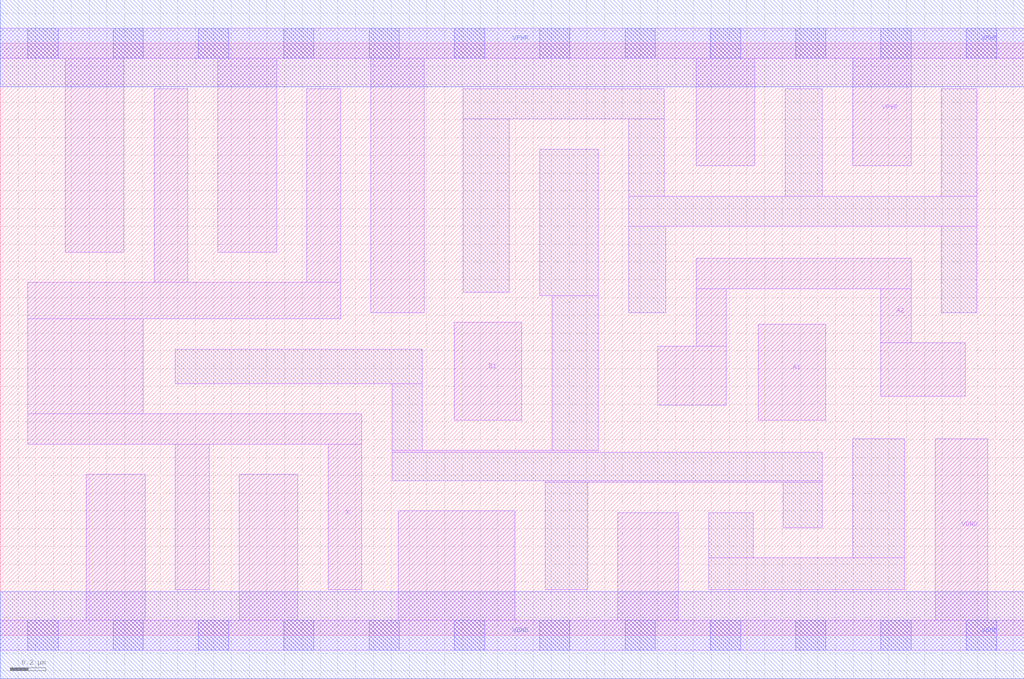
<source format=lef>
# Copyright 2020 The SkyWater PDK Authors
#
# Licensed under the Apache License, Version 2.0 (the "License");
# you may not use this file except in compliance with the License.
# You may obtain a copy of the License at
#
#     https://www.apache.org/licenses/LICENSE-2.0
#
# Unless required by applicable law or agreed to in writing, software
# distributed under the License is distributed on an "AS IS" BASIS,
# WITHOUT WARRANTIES OR CONDITIONS OF ANY KIND, either express or implied.
# See the License for the specific language governing permissions and
# limitations under the License.
#
# SPDX-License-Identifier: Apache-2.0

VERSION 5.7 ;
  NAMESCASESENSITIVE ON ;
  NOWIREEXTENSIONATPIN ON ;
  DIVIDERCHAR "/" ;
  BUSBITCHARS "[]" ;
UNITS
  DATABASE MICRONS 200 ;
END UNITS
MACRO sky130_fd_sc_lp__a21o_4
  CLASS CORE ;
  SOURCE USER ;
  FOREIGN sky130_fd_sc_lp__a21o_4 ;
  ORIGIN  0.000000  0.000000 ;
  SIZE  5.760000 BY  3.330000 ;
  SYMMETRY X Y R90 ;
  SITE unit ;
  PIN A1
    ANTENNAGATEAREA  0.630000 ;
    DIRECTION INPUT ;
    USE SIGNAL ;
    PORT
      LAYER li1 ;
        RECT 4.265000 1.210000 4.645000 1.750000 ;
    END
  END A1
  PIN A2
    ANTENNAGATEAREA  0.630000 ;
    DIRECTION INPUT ;
    USE SIGNAL ;
    PORT
      LAYER li1 ;
        RECT 3.700000 1.295000 4.085000 1.625000 ;
        RECT 3.915000 1.625000 4.085000 1.950000 ;
        RECT 3.915000 1.950000 5.125000 2.120000 ;
        RECT 4.955000 1.345000 5.430000 1.645000 ;
        RECT 4.955000 1.645000 5.125000 1.950000 ;
    END
  END A2
  PIN B1
    ANTENNAGATEAREA  0.630000 ;
    DIRECTION INPUT ;
    USE SIGNAL ;
    PORT
      LAYER li1 ;
        RECT 2.555000 1.210000 2.935000 1.760000 ;
    END
  END B1
  PIN X
    ANTENNADIFFAREA  1.176000 ;
    DIRECTION OUTPUT ;
    USE SIGNAL ;
    PORT
      LAYER li1 ;
        RECT 0.155000 1.075000 2.035000 1.245000 ;
        RECT 0.155000 1.245000 0.805000 1.780000 ;
        RECT 0.155000 1.780000 1.915000 1.985000 ;
        RECT 0.865000 1.985000 1.055000 3.075000 ;
        RECT 0.985000 0.255000 1.175000 1.075000 ;
        RECT 1.725000 1.985000 1.915000 3.075000 ;
        RECT 1.845000 0.255000 2.035000 1.075000 ;
    END
  END X
  PIN VGND
    DIRECTION INOUT ;
    USE GROUND ;
    PORT
      LAYER li1 ;
        RECT 0.000000 -0.085000 5.760000 0.085000 ;
        RECT 0.485000  0.085000 0.815000 0.905000 ;
        RECT 1.345000  0.085000 1.675000 0.905000 ;
        RECT 2.240000  0.085000 2.895000 0.700000 ;
        RECT 3.475000  0.085000 3.815000 0.690000 ;
        RECT 5.260000  0.085000 5.555000 1.105000 ;
      LAYER mcon ;
        RECT 0.155000 -0.085000 0.325000 0.085000 ;
        RECT 0.635000 -0.085000 0.805000 0.085000 ;
        RECT 1.115000 -0.085000 1.285000 0.085000 ;
        RECT 1.595000 -0.085000 1.765000 0.085000 ;
        RECT 2.075000 -0.085000 2.245000 0.085000 ;
        RECT 2.555000 -0.085000 2.725000 0.085000 ;
        RECT 3.035000 -0.085000 3.205000 0.085000 ;
        RECT 3.515000 -0.085000 3.685000 0.085000 ;
        RECT 3.995000 -0.085000 4.165000 0.085000 ;
        RECT 4.475000 -0.085000 4.645000 0.085000 ;
        RECT 4.955000 -0.085000 5.125000 0.085000 ;
        RECT 5.435000 -0.085000 5.605000 0.085000 ;
      LAYER met1 ;
        RECT 0.000000 -0.245000 5.760000 0.245000 ;
    END
  END VGND
  PIN VPWR
    DIRECTION INOUT ;
    USE POWER ;
    PORT
      LAYER li1 ;
        RECT 0.000000 3.245000 5.760000 3.415000 ;
        RECT 0.365000 2.155000 0.695000 3.245000 ;
        RECT 1.225000 2.155000 1.555000 3.245000 ;
        RECT 2.085000 1.815000 2.385000 3.245000 ;
        RECT 3.915000 2.640000 4.245000 3.245000 ;
        RECT 4.795000 2.640000 5.125000 3.245000 ;
      LAYER mcon ;
        RECT 0.155000 3.245000 0.325000 3.415000 ;
        RECT 0.635000 3.245000 0.805000 3.415000 ;
        RECT 1.115000 3.245000 1.285000 3.415000 ;
        RECT 1.595000 3.245000 1.765000 3.415000 ;
        RECT 2.075000 3.245000 2.245000 3.415000 ;
        RECT 2.555000 3.245000 2.725000 3.415000 ;
        RECT 3.035000 3.245000 3.205000 3.415000 ;
        RECT 3.515000 3.245000 3.685000 3.415000 ;
        RECT 3.995000 3.245000 4.165000 3.415000 ;
        RECT 4.475000 3.245000 4.645000 3.415000 ;
        RECT 4.955000 3.245000 5.125000 3.415000 ;
        RECT 5.435000 3.245000 5.605000 3.415000 ;
      LAYER met1 ;
        RECT 0.000000 3.085000 5.760000 3.575000 ;
    END
  END VPWR
  OBS
    LAYER li1 ;
      RECT 0.985000 1.415000 2.375000 1.610000 ;
      RECT 2.205000 0.870000 4.625000 1.030000 ;
      RECT 2.205000 1.030000 3.365000 1.040000 ;
      RECT 2.205000 1.040000 2.375000 1.415000 ;
      RECT 2.605000 1.930000 2.865000 2.905000 ;
      RECT 2.605000 2.905000 3.735000 3.075000 ;
      RECT 3.035000 1.910000 3.365000 2.735000 ;
      RECT 3.065000 0.255000 3.305000 0.860000 ;
      RECT 3.065000 0.860000 4.625000 0.870000 ;
      RECT 3.105000 1.040000 3.365000 1.910000 ;
      RECT 3.535000 1.815000 3.745000 2.300000 ;
      RECT 3.535000 2.300000 5.495000 2.470000 ;
      RECT 3.535000 2.470000 3.735000 2.905000 ;
      RECT 3.985000 0.255000 5.090000 0.435000 ;
      RECT 3.985000 0.435000 4.235000 0.690000 ;
      RECT 4.405000 0.605000 4.625000 0.860000 ;
      RECT 4.415000 2.470000 4.625000 3.075000 ;
      RECT 4.795000 0.435000 5.090000 1.105000 ;
      RECT 5.295000 1.815000 5.495000 2.300000 ;
      RECT 5.295000 2.470000 5.495000 3.075000 ;
  END
END sky130_fd_sc_lp__a21o_4

</source>
